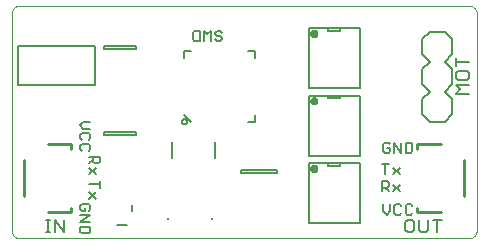
<source format=gto>
G75*
%MOIN*%
%OFA0B0*%
%FSLAX24Y24*%
%IPPOS*%
%LPD*%
%AMOC8*
5,1,8,0,0,1.08239X$1,22.5*
%
%ADD10C,0.0000*%
%ADD11C,0.0060*%
%ADD12C,0.0080*%
%ADD13C,0.0150*%
%ADD14C,0.0050*%
%ADD15C,0.0100*%
%ADD16R,0.0098X0.0098*%
D10*
X000425Y000238D02*
X015425Y000238D01*
X015455Y000240D01*
X015485Y000245D01*
X015514Y000254D01*
X015541Y000267D01*
X015567Y000282D01*
X015591Y000301D01*
X015612Y000322D01*
X015631Y000346D01*
X015646Y000372D01*
X015659Y000399D01*
X015668Y000428D01*
X015673Y000458D01*
X015675Y000488D01*
X015675Y007738D01*
X015673Y007768D01*
X015668Y007798D01*
X015659Y007827D01*
X015646Y007854D01*
X015631Y007880D01*
X015612Y007904D01*
X015591Y007925D01*
X015567Y007944D01*
X015541Y007959D01*
X015514Y007972D01*
X015485Y007981D01*
X015455Y007986D01*
X015425Y007988D01*
X000425Y007988D01*
X000395Y007986D01*
X000365Y007981D01*
X000336Y007972D01*
X000309Y007959D01*
X000283Y007944D01*
X000259Y007925D01*
X000238Y007904D01*
X000219Y007880D01*
X000204Y007854D01*
X000191Y007827D01*
X000182Y007798D01*
X000177Y007768D01*
X000175Y007738D01*
X000175Y000488D01*
X000177Y000458D01*
X000182Y000428D01*
X000191Y000399D01*
X000204Y000372D01*
X000219Y000346D01*
X000238Y000322D01*
X000259Y000301D01*
X000283Y000282D01*
X000309Y000267D01*
X000336Y000254D01*
X000365Y000245D01*
X000395Y000240D01*
X000425Y000238D01*
D11*
X002455Y000457D02*
X002512Y000400D01*
X002739Y000400D01*
X002795Y000457D01*
X002795Y000627D01*
X002455Y000627D01*
X002455Y000457D01*
X002455Y000769D02*
X002795Y000769D01*
X002795Y000995D02*
X002455Y000769D01*
X002455Y000995D02*
X002795Y000995D01*
X002739Y001137D02*
X002795Y001194D01*
X002795Y001307D01*
X002739Y001364D01*
X002512Y001364D01*
X002455Y001307D01*
X002455Y001194D01*
X002512Y001137D01*
X002625Y001137D01*
X002625Y001250D01*
X002768Y001550D02*
X002994Y001777D01*
X002768Y001777D02*
X002994Y001550D01*
X003108Y001918D02*
X003108Y002145D01*
X003108Y002032D02*
X002768Y002032D01*
X002768Y002362D02*
X002994Y002589D01*
X002768Y002589D02*
X002994Y002362D01*
X002938Y002731D02*
X002881Y002787D01*
X002881Y002958D01*
X002768Y002958D02*
X003108Y002958D01*
X003108Y002787D01*
X003051Y002731D01*
X002938Y002731D01*
X002881Y002844D02*
X002768Y002731D01*
X002739Y003150D02*
X002795Y003207D01*
X002795Y003320D01*
X002739Y003377D01*
X002512Y003377D01*
X002455Y003320D01*
X002455Y003207D01*
X002512Y003150D01*
X002512Y003519D02*
X002455Y003575D01*
X002455Y003689D01*
X002512Y003745D01*
X002739Y003745D01*
X002795Y003689D01*
X002795Y003575D01*
X002739Y003519D01*
X003269Y003675D02*
X003269Y003769D01*
X004331Y003769D01*
X004331Y003675D01*
X003269Y003675D01*
X002795Y003887D02*
X002568Y003887D01*
X002455Y004000D01*
X002568Y004114D01*
X002795Y004114D01*
X003269Y006550D02*
X003269Y006644D01*
X004331Y006644D01*
X004331Y006550D01*
X003269Y006550D01*
X006213Y006861D02*
X006269Y006805D01*
X006440Y006805D01*
X006440Y007145D01*
X006269Y007145D01*
X006213Y007088D01*
X006213Y006861D01*
X006581Y006805D02*
X006581Y007145D01*
X006695Y007032D01*
X006808Y007145D01*
X006808Y006805D01*
X006949Y006861D02*
X007006Y006805D01*
X007120Y006805D01*
X007176Y006861D01*
X007176Y006918D01*
X007120Y006975D01*
X007006Y006975D01*
X006949Y007032D01*
X006949Y007088D01*
X007006Y007145D01*
X007120Y007145D01*
X007176Y007088D01*
X010075Y007238D02*
X010725Y007238D01*
X010725Y007158D01*
X011125Y007158D01*
X011125Y007238D01*
X011775Y007238D01*
X011775Y005238D01*
X010075Y005238D01*
X010075Y007238D01*
X010725Y007238D02*
X011125Y007238D01*
X011125Y004988D02*
X010725Y004988D01*
X010725Y004908D01*
X011125Y004908D01*
X011125Y004988D01*
X011775Y004988D01*
X011775Y002988D01*
X010075Y002988D01*
X010075Y004988D01*
X010725Y004988D01*
X012569Y003370D02*
X012626Y003427D01*
X012739Y003427D01*
X012796Y003370D01*
X012796Y003256D02*
X012682Y003256D01*
X012796Y003256D02*
X012796Y003143D01*
X012739Y003086D01*
X012626Y003086D01*
X012569Y003143D01*
X012569Y003370D01*
X012937Y003427D02*
X013164Y003086D01*
X013164Y003427D01*
X013305Y003427D02*
X013476Y003427D01*
X013532Y003370D01*
X013532Y003143D01*
X013476Y003086D01*
X013305Y003086D01*
X013305Y003427D01*
X012937Y003427D02*
X012937Y003086D01*
X012744Y002702D02*
X012518Y002702D01*
X012631Y002702D02*
X012631Y002361D01*
X012886Y002361D02*
X013113Y002588D01*
X012886Y002588D02*
X013113Y002361D01*
X012744Y002082D02*
X012688Y002139D01*
X012518Y002139D01*
X012518Y001799D01*
X012518Y001912D02*
X012688Y001912D01*
X012744Y001969D01*
X012744Y002082D01*
X012886Y002026D02*
X013113Y001799D01*
X012886Y001799D02*
X013113Y002026D01*
X012744Y001799D02*
X012631Y001912D01*
X012569Y001364D02*
X012569Y001137D01*
X012682Y001024D01*
X012796Y001137D01*
X012796Y001364D01*
X012937Y001307D02*
X012937Y001080D01*
X012994Y001024D01*
X013107Y001024D01*
X013164Y001080D01*
X013305Y001080D02*
X013362Y001024D01*
X013476Y001024D01*
X013532Y001080D01*
X013305Y001080D02*
X013305Y001307D01*
X013362Y001364D01*
X013476Y001364D01*
X013532Y001307D01*
X013164Y001307D02*
X013107Y001364D01*
X012994Y001364D01*
X012937Y001307D01*
X011775Y000738D02*
X010075Y000738D01*
X010075Y002738D01*
X010725Y002738D01*
X010725Y002658D01*
X011125Y002658D01*
X011125Y002738D01*
X011775Y002738D01*
X011775Y000738D01*
X009019Y002425D02*
X007831Y002425D01*
X007831Y002519D01*
X009019Y002519D01*
X009019Y002425D01*
X010725Y002738D02*
X011125Y002738D01*
D12*
X008294Y004119D02*
X008057Y004119D01*
X008294Y004119D02*
X008294Y004355D01*
X006946Y003431D02*
X006946Y002919D01*
X005529Y002919D02*
X005529Y003431D01*
X006168Y004119D02*
X005931Y004355D01*
X002965Y005338D02*
X000385Y005338D01*
X000385Y006638D01*
X002965Y006638D01*
X002965Y005338D01*
X005931Y006245D02*
X005931Y006481D01*
X006168Y006481D01*
X008057Y006481D02*
X008294Y006481D01*
X008294Y006245D01*
X013863Y006363D02*
X013863Y006863D01*
X014113Y007113D01*
X014613Y007113D01*
X014863Y006863D01*
X014863Y006363D01*
X014613Y006113D01*
X014863Y005863D01*
X014863Y005363D01*
X014613Y005113D01*
X014863Y004863D01*
X014863Y004363D01*
X014613Y004113D01*
X014113Y004113D01*
X013863Y004363D01*
X013863Y004863D01*
X014113Y005113D01*
X013863Y005363D01*
X013863Y005863D01*
X014113Y006113D01*
X013863Y006363D01*
X014996Y006260D02*
X014996Y005980D01*
X014996Y006120D02*
X015416Y006120D01*
X015346Y005799D02*
X015066Y005799D01*
X014996Y005729D01*
X014996Y005589D01*
X015066Y005519D01*
X015346Y005519D01*
X015416Y005589D01*
X015416Y005729D01*
X015346Y005799D01*
X015416Y005339D02*
X014996Y005339D01*
X015136Y005199D01*
X014996Y005059D01*
X015416Y005059D01*
X014504Y000854D02*
X014223Y000854D01*
X014363Y000854D02*
X014363Y000434D01*
X014043Y000504D02*
X013973Y000434D01*
X013833Y000434D01*
X013763Y000504D01*
X013763Y000854D01*
X014043Y000854D02*
X014043Y000504D01*
X013583Y000504D02*
X013583Y000784D01*
X013513Y000854D01*
X013373Y000854D01*
X013303Y000784D01*
X013303Y000504D01*
X013373Y000434D01*
X013513Y000434D01*
X013583Y000504D01*
X004182Y001132D02*
X004182Y001343D01*
X004032Y000678D02*
X003693Y000678D01*
X001910Y000854D02*
X001910Y000434D01*
X001630Y000854D01*
X001630Y000434D01*
X001463Y000434D02*
X001323Y000434D01*
X001393Y000434D02*
X001393Y000854D01*
X001323Y000854D02*
X001463Y000854D01*
D13*
X010200Y002563D02*
X010202Y002576D01*
X010207Y002589D01*
X010216Y002600D01*
X010227Y002607D01*
X010240Y002612D01*
X010253Y002613D01*
X010267Y002610D01*
X010279Y002604D01*
X010289Y002595D01*
X010296Y002583D01*
X010300Y002570D01*
X010300Y002556D01*
X010296Y002543D01*
X010289Y002531D01*
X010279Y002522D01*
X010267Y002516D01*
X010253Y002513D01*
X010240Y002514D01*
X010227Y002519D01*
X010216Y002526D01*
X010207Y002537D01*
X010202Y002550D01*
X010200Y002563D01*
X010200Y004813D02*
X010202Y004826D01*
X010207Y004839D01*
X010216Y004850D01*
X010227Y004857D01*
X010240Y004862D01*
X010253Y004863D01*
X010267Y004860D01*
X010279Y004854D01*
X010289Y004845D01*
X010296Y004833D01*
X010300Y004820D01*
X010300Y004806D01*
X010296Y004793D01*
X010289Y004781D01*
X010279Y004772D01*
X010267Y004766D01*
X010253Y004763D01*
X010240Y004764D01*
X010227Y004769D01*
X010216Y004776D01*
X010207Y004787D01*
X010202Y004800D01*
X010200Y004813D01*
X010200Y007063D02*
X010202Y007076D01*
X010207Y007089D01*
X010216Y007100D01*
X010227Y007107D01*
X010240Y007112D01*
X010253Y007113D01*
X010267Y007110D01*
X010279Y007104D01*
X010289Y007095D01*
X010296Y007083D01*
X010300Y007070D01*
X010300Y007056D01*
X010296Y007043D01*
X010289Y007031D01*
X010279Y007022D01*
X010267Y007016D01*
X010253Y007013D01*
X010240Y007014D01*
X010227Y007019D01*
X010216Y007026D01*
X010207Y007037D01*
X010202Y007050D01*
X010200Y007063D01*
D14*
X005844Y004119D02*
X005846Y004137D01*
X005852Y004154D01*
X005861Y004170D01*
X005873Y004184D01*
X005887Y004194D01*
X005904Y004202D01*
X005922Y004206D01*
X005940Y004206D01*
X005958Y004202D01*
X005974Y004194D01*
X005989Y004184D01*
X006001Y004170D01*
X006010Y004154D01*
X006016Y004137D01*
X006018Y004119D01*
X006016Y004101D01*
X006010Y004084D01*
X006001Y004068D01*
X005989Y004054D01*
X005975Y004044D01*
X005958Y004036D01*
X005940Y004032D01*
X005922Y004032D01*
X005904Y004036D01*
X005888Y004044D01*
X005873Y004054D01*
X005861Y004068D01*
X005852Y004084D01*
X005846Y004101D01*
X005844Y004119D01*
D15*
X002168Y003369D02*
X002168Y003222D01*
X002168Y003369D02*
X001372Y003369D01*
X000595Y002828D02*
X000595Y001647D01*
X001372Y001106D02*
X002168Y001106D01*
X002168Y001253D01*
X013682Y001106D02*
X013682Y001253D01*
X013682Y001106D02*
X014478Y001106D01*
X015255Y001647D02*
X015255Y002828D01*
X014478Y003369D02*
X013682Y003369D01*
X013682Y003222D01*
D16*
X006849Y000863D03*
X005376Y000863D03*
M02*

</source>
